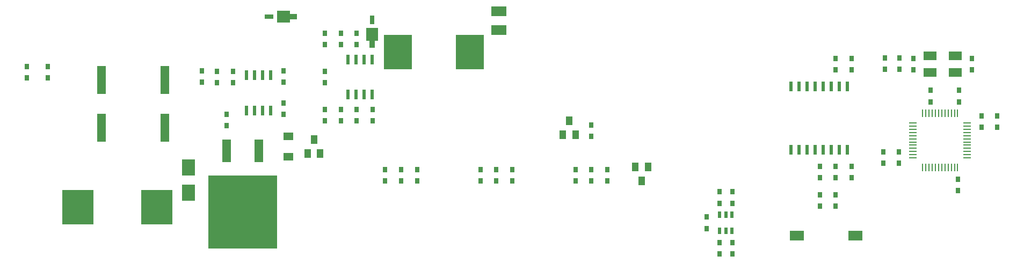
<source format=gtp>
G04*
G04 #@! TF.GenerationSoftware,Altium Limited,Altium Designer,18.0.12 (696)*
G04*
G04 Layer_Color=8421504*
%FSLAX25Y25*%
%MOIN*%
G70*
G01*
G75*
%ADD14R,0.07677X0.07874*%
%ADD15R,0.07874X0.07677*%
%ADD16R,0.03150X0.03543*%
%ADD17R,0.04921X0.01102*%
%ADD18R,0.01102X0.04921*%
%ADD19R,0.19685X0.21260*%
%ADD20R,0.07874X0.09843*%
%ADD21R,0.02165X0.03937*%
%ADD22R,0.09055X0.05906*%
%ADD23R,0.02362X0.06299*%
%ADD24R,0.09449X0.06299*%
%ADD25R,0.02362X0.05984*%
%ADD26R,0.17717X0.21260*%
%ADD27R,0.03740X0.04528*%
%ADD28R,0.02559X0.05315*%
%ADD29R,0.05512X0.17717*%
%ADD30R,0.42520X0.45276*%
%ADD31R,0.05315X0.14173*%
%ADD32R,0.03937X0.05512*%
%ADD33R,0.05906X0.04724*%
%ADD34R,0.04528X0.03740*%
%ADD35R,0.05315X0.02559*%
%ADD36R,0.07874X0.05512*%
D14*
X257480Y164311D02*
D03*
D15*
X202618Y175197D02*
D03*
D16*
X161400Y134357D02*
D03*
Y141443D02*
D03*
X585000Y142457D02*
D03*
Y149543D02*
D03*
X576000Y142457D02*
D03*
Y149543D02*
D03*
X56102Y137205D02*
D03*
Y144291D02*
D03*
X43307Y144291D02*
D03*
Y137205D02*
D03*
X574803Y84252D02*
D03*
Y91339D02*
D03*
X584646Y91339D02*
D03*
Y84252D02*
D03*
X621260Y74409D02*
D03*
Y67323D02*
D03*
X645669Y113779D02*
D03*
Y106693D02*
D03*
X635827Y106693D02*
D03*
Y113779D02*
D03*
X622047Y122441D02*
D03*
Y129528D02*
D03*
X604331Y122441D02*
D03*
Y129528D02*
D03*
X593701Y142126D02*
D03*
Y149213D02*
D03*
X629921Y142126D02*
D03*
Y149213D02*
D03*
X481102Y35039D02*
D03*
Y27953D02*
D03*
X473228Y35039D02*
D03*
Y27953D02*
D03*
X465354Y50787D02*
D03*
Y43701D02*
D03*
X545276Y57480D02*
D03*
Y64567D02*
D03*
X535433Y57480D02*
D03*
Y64567D02*
D03*
X555118Y82283D02*
D03*
Y75197D02*
D03*
X545276Y82283D02*
D03*
Y75197D02*
D03*
X535433Y75197D02*
D03*
Y82284D02*
D03*
X257874Y110630D02*
D03*
Y117717D02*
D03*
X248031Y110630D02*
D03*
Y117717D02*
D03*
X238189D02*
D03*
Y110630D02*
D03*
X228346Y117717D02*
D03*
Y110630D02*
D03*
X228346Y134252D02*
D03*
Y141339D02*
D03*
Y157874D02*
D03*
Y164961D02*
D03*
X238189Y164961D02*
D03*
Y157874D02*
D03*
X248031Y164961D02*
D03*
Y157874D02*
D03*
X167323Y107677D02*
D03*
Y114764D02*
D03*
X202756Y114567D02*
D03*
Y121653D02*
D03*
X202756Y134646D02*
D03*
Y141732D02*
D03*
X171260Y134252D02*
D03*
Y141339D02*
D03*
X152000Y141543D02*
D03*
Y134457D02*
D03*
X403543Y80315D02*
D03*
Y73228D02*
D03*
X473228Y59449D02*
D03*
Y66535D02*
D03*
X393701Y107874D02*
D03*
Y100787D02*
D03*
X481102Y59449D02*
D03*
Y66535D02*
D03*
X285433Y73228D02*
D03*
Y80315D02*
D03*
X344488Y73228D02*
D03*
Y80315D02*
D03*
X393701Y80315D02*
D03*
Y73228D02*
D03*
X334646Y80315D02*
D03*
Y73228D02*
D03*
X275590Y80315D02*
D03*
Y73228D02*
D03*
X383858Y73228D02*
D03*
Y80315D02*
D03*
X324803Y73228D02*
D03*
Y80315D02*
D03*
X265748Y73228D02*
D03*
Y80315D02*
D03*
X545276Y149213D02*
D03*
Y142126D02*
D03*
X555118Y142126D02*
D03*
Y149213D02*
D03*
D17*
X627063Y87598D02*
D03*
Y89567D02*
D03*
Y91535D02*
D03*
Y93504D02*
D03*
Y95473D02*
D03*
Y97441D02*
D03*
Y99410D02*
D03*
Y101378D02*
D03*
Y103347D02*
D03*
Y105315D02*
D03*
Y107283D02*
D03*
Y109252D02*
D03*
X593409D02*
D03*
Y107283D02*
D03*
Y105315D02*
D03*
Y103347D02*
D03*
Y101378D02*
D03*
Y99410D02*
D03*
Y97441D02*
D03*
Y95472D02*
D03*
Y93504D02*
D03*
Y91535D02*
D03*
Y89567D02*
D03*
Y87598D02*
D03*
D18*
X599409Y81598D02*
D03*
X601378D02*
D03*
X603346D02*
D03*
X605315D02*
D03*
X607283D02*
D03*
X609252D02*
D03*
X611221D02*
D03*
X613189D02*
D03*
X615158D02*
D03*
X617126D02*
D03*
X619095D02*
D03*
X621063D02*
D03*
X599409Y115252D02*
D03*
X601378D02*
D03*
X603346D02*
D03*
X605315D02*
D03*
X607283D02*
D03*
X609252D02*
D03*
X611221D02*
D03*
X613189D02*
D03*
X615158D02*
D03*
X617126D02*
D03*
X619095D02*
D03*
X621063D02*
D03*
D19*
X74803Y57087D02*
D03*
X124016D02*
D03*
D20*
X143701Y65945D02*
D03*
Y81693D02*
D03*
D21*
X473425Y42126D02*
D03*
X477165D02*
D03*
X473425Y52362D02*
D03*
X477165D02*
D03*
X480905D02*
D03*
Y42126D02*
D03*
D22*
X557480Y39370D02*
D03*
X521260D02*
D03*
D23*
X552559Y131890D02*
D03*
X547559D02*
D03*
X542559D02*
D03*
X537559D02*
D03*
X532559D02*
D03*
X527559D02*
D03*
X522559D02*
D03*
X517559D02*
D03*
Y92520D02*
D03*
X522559D02*
D03*
X527559D02*
D03*
X532559D02*
D03*
X537559D02*
D03*
X542559D02*
D03*
X547559D02*
D03*
X552559D02*
D03*
D24*
X336221Y178740D02*
D03*
Y166929D02*
D03*
D25*
X257500Y126929D02*
D03*
X252500D02*
D03*
X247500D02*
D03*
X242500D02*
D03*
Y148661D02*
D03*
X247500D02*
D03*
X252500D02*
D03*
X257500D02*
D03*
X179508Y138819D02*
D03*
X184508D02*
D03*
X189508D02*
D03*
X194508D02*
D03*
Y117087D02*
D03*
X189508D02*
D03*
X184508D02*
D03*
X179508D02*
D03*
D26*
X318110Y153150D02*
D03*
X273622D02*
D03*
D27*
X257480Y158268D02*
D03*
D28*
Y173386D02*
D03*
D29*
X89567Y106299D02*
D03*
Y135827D02*
D03*
X128937Y106299D02*
D03*
Y135827D02*
D03*
D30*
X177165Y53839D02*
D03*
D31*
X187165Y91831D02*
D03*
X167165D02*
D03*
D32*
X217520Y90158D02*
D03*
X225394D02*
D03*
X221457Y98819D02*
D03*
X379921Y110630D02*
D03*
X383858Y101969D02*
D03*
X375984D02*
D03*
X425000Y73169D02*
D03*
X421063Y81831D02*
D03*
X428937D02*
D03*
D33*
X205709Y100787D02*
D03*
Y88189D02*
D03*
D34*
X208661Y175197D02*
D03*
D35*
X193543D02*
D03*
D36*
X619685Y140551D02*
D03*
X603937D02*
D03*
Y150787D02*
D03*
X619685D02*
D03*
M02*

</source>
